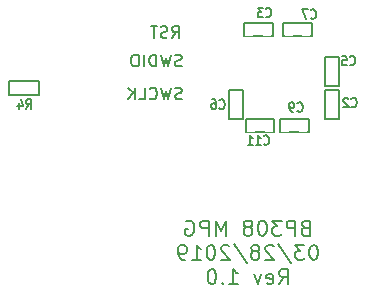
<source format=gbo>
G04 #@! TF.GenerationSoftware,KiCad,Pcbnew,(5.1.0-9-gc61ec8ee3)*
G04 #@! TF.CreationDate,2019-03-28T20:20:23-04:00*
G04 #@! TF.ProjectId,MPG_PSoC,4d50475f-5053-46f4-932e-6b696361645f,rev?*
G04 #@! TF.SameCoordinates,Original*
G04 #@! TF.FileFunction,Legend,Bot*
G04 #@! TF.FilePolarity,Positive*
%FSLAX46Y46*%
G04 Gerber Fmt 4.6, Leading zero omitted, Abs format (unit mm)*
G04 Created by KiCad (PCBNEW (5.1.0-9-gc61ec8ee3)) date 2019-03-28 20:20:23*
%MOMM*%
%LPD*%
G04 APERTURE LIST*
%ADD10C,0.150000*%
%ADD11C,0.127000*%
%ADD12C,6.452000*%
%ADD13R,1.002000X0.802000*%
%ADD14R,0.802000X1.002000*%
%ADD15R,1.702000X1.702000*%
%ADD16C,1.702000*%
%ADD17C,1.001160*%
%ADD18R,3.912000X1.626000*%
%ADD19C,1.602000*%
G04 APERTURE END LIST*
D10*
X154317095Y-91580285D02*
X154135666Y-91640761D01*
X154075190Y-91701238D01*
X154014714Y-91822190D01*
X154014714Y-92003619D01*
X154075190Y-92124571D01*
X154135666Y-92185047D01*
X154256619Y-92245523D01*
X154740428Y-92245523D01*
X154740428Y-90975523D01*
X154317095Y-90975523D01*
X154196142Y-91036000D01*
X154135666Y-91096476D01*
X154075190Y-91217428D01*
X154075190Y-91338380D01*
X154135666Y-91459333D01*
X154196142Y-91519809D01*
X154317095Y-91580285D01*
X154740428Y-91580285D01*
X153470428Y-92245523D02*
X153470428Y-90975523D01*
X152986619Y-90975523D01*
X152865666Y-91036000D01*
X152805190Y-91096476D01*
X152744714Y-91217428D01*
X152744714Y-91398857D01*
X152805190Y-91519809D01*
X152865666Y-91580285D01*
X152986619Y-91640761D01*
X153470428Y-91640761D01*
X152321380Y-90975523D02*
X151535190Y-90975523D01*
X151958523Y-91459333D01*
X151777095Y-91459333D01*
X151656142Y-91519809D01*
X151595666Y-91580285D01*
X151535190Y-91701238D01*
X151535190Y-92003619D01*
X151595666Y-92124571D01*
X151656142Y-92185047D01*
X151777095Y-92245523D01*
X152139952Y-92245523D01*
X152260904Y-92185047D01*
X152321380Y-92124571D01*
X150749000Y-90975523D02*
X150628047Y-90975523D01*
X150507095Y-91036000D01*
X150446619Y-91096476D01*
X150386142Y-91217428D01*
X150325666Y-91459333D01*
X150325666Y-91761714D01*
X150386142Y-92003619D01*
X150446619Y-92124571D01*
X150507095Y-92185047D01*
X150628047Y-92245523D01*
X150749000Y-92245523D01*
X150869952Y-92185047D01*
X150930428Y-92124571D01*
X150990904Y-92003619D01*
X151051380Y-91761714D01*
X151051380Y-91459333D01*
X150990904Y-91217428D01*
X150930428Y-91096476D01*
X150869952Y-91036000D01*
X150749000Y-90975523D01*
X149599952Y-91519809D02*
X149720904Y-91459333D01*
X149781380Y-91398857D01*
X149841857Y-91277904D01*
X149841857Y-91217428D01*
X149781380Y-91096476D01*
X149720904Y-91036000D01*
X149599952Y-90975523D01*
X149358047Y-90975523D01*
X149237095Y-91036000D01*
X149176619Y-91096476D01*
X149116142Y-91217428D01*
X149116142Y-91277904D01*
X149176619Y-91398857D01*
X149237095Y-91459333D01*
X149358047Y-91519809D01*
X149599952Y-91519809D01*
X149720904Y-91580285D01*
X149781380Y-91640761D01*
X149841857Y-91761714D01*
X149841857Y-92003619D01*
X149781380Y-92124571D01*
X149720904Y-92185047D01*
X149599952Y-92245523D01*
X149358047Y-92245523D01*
X149237095Y-92185047D01*
X149176619Y-92124571D01*
X149116142Y-92003619D01*
X149116142Y-91761714D01*
X149176619Y-91640761D01*
X149237095Y-91580285D01*
X149358047Y-91519809D01*
X147604238Y-92245523D02*
X147604238Y-90975523D01*
X147180904Y-91882666D01*
X146757571Y-90975523D01*
X146757571Y-92245523D01*
X146152809Y-92245523D02*
X146152809Y-90975523D01*
X145669000Y-90975523D01*
X145548047Y-91036000D01*
X145487571Y-91096476D01*
X145427095Y-91217428D01*
X145427095Y-91398857D01*
X145487571Y-91519809D01*
X145548047Y-91580285D01*
X145669000Y-91640761D01*
X146152809Y-91640761D01*
X144217571Y-91036000D02*
X144338523Y-90975523D01*
X144519952Y-90975523D01*
X144701380Y-91036000D01*
X144822333Y-91156952D01*
X144882809Y-91277904D01*
X144943285Y-91519809D01*
X144943285Y-91701238D01*
X144882809Y-91943142D01*
X144822333Y-92064095D01*
X144701380Y-92185047D01*
X144519952Y-92245523D01*
X144399000Y-92245523D01*
X144217571Y-92185047D01*
X144157095Y-92124571D01*
X144157095Y-91701238D01*
X144399000Y-91701238D01*
X155103285Y-93030523D02*
X154982333Y-93030523D01*
X154861380Y-93091000D01*
X154800904Y-93151476D01*
X154740428Y-93272428D01*
X154679952Y-93514333D01*
X154679952Y-93816714D01*
X154740428Y-94058619D01*
X154800904Y-94179571D01*
X154861380Y-94240047D01*
X154982333Y-94300523D01*
X155103285Y-94300523D01*
X155224238Y-94240047D01*
X155284714Y-94179571D01*
X155345190Y-94058619D01*
X155405666Y-93816714D01*
X155405666Y-93514333D01*
X155345190Y-93272428D01*
X155284714Y-93151476D01*
X155224238Y-93091000D01*
X155103285Y-93030523D01*
X154256619Y-93030523D02*
X153470428Y-93030523D01*
X153893761Y-93514333D01*
X153712333Y-93514333D01*
X153591380Y-93574809D01*
X153530904Y-93635285D01*
X153470428Y-93756238D01*
X153470428Y-94058619D01*
X153530904Y-94179571D01*
X153591380Y-94240047D01*
X153712333Y-94300523D01*
X154075190Y-94300523D01*
X154196142Y-94240047D01*
X154256619Y-94179571D01*
X152019000Y-92970047D02*
X153107571Y-94602904D01*
X151656142Y-93151476D02*
X151595666Y-93091000D01*
X151474714Y-93030523D01*
X151172333Y-93030523D01*
X151051380Y-93091000D01*
X150990904Y-93151476D01*
X150930428Y-93272428D01*
X150930428Y-93393380D01*
X150990904Y-93574809D01*
X151716619Y-94300523D01*
X150930428Y-94300523D01*
X150204714Y-93574809D02*
X150325666Y-93514333D01*
X150386142Y-93453857D01*
X150446619Y-93332904D01*
X150446619Y-93272428D01*
X150386142Y-93151476D01*
X150325666Y-93091000D01*
X150204714Y-93030523D01*
X149962809Y-93030523D01*
X149841857Y-93091000D01*
X149781380Y-93151476D01*
X149720904Y-93272428D01*
X149720904Y-93332904D01*
X149781380Y-93453857D01*
X149841857Y-93514333D01*
X149962809Y-93574809D01*
X150204714Y-93574809D01*
X150325666Y-93635285D01*
X150386142Y-93695761D01*
X150446619Y-93816714D01*
X150446619Y-94058619D01*
X150386142Y-94179571D01*
X150325666Y-94240047D01*
X150204714Y-94300523D01*
X149962809Y-94300523D01*
X149841857Y-94240047D01*
X149781380Y-94179571D01*
X149720904Y-94058619D01*
X149720904Y-93816714D01*
X149781380Y-93695761D01*
X149841857Y-93635285D01*
X149962809Y-93574809D01*
X148269476Y-92970047D02*
X149358047Y-94602904D01*
X147906619Y-93151476D02*
X147846142Y-93091000D01*
X147725190Y-93030523D01*
X147422809Y-93030523D01*
X147301857Y-93091000D01*
X147241380Y-93151476D01*
X147180904Y-93272428D01*
X147180904Y-93393380D01*
X147241380Y-93574809D01*
X147967095Y-94300523D01*
X147180904Y-94300523D01*
X146394714Y-93030523D02*
X146273761Y-93030523D01*
X146152809Y-93091000D01*
X146092333Y-93151476D01*
X146031857Y-93272428D01*
X145971380Y-93514333D01*
X145971380Y-93816714D01*
X146031857Y-94058619D01*
X146092333Y-94179571D01*
X146152809Y-94240047D01*
X146273761Y-94300523D01*
X146394714Y-94300523D01*
X146515666Y-94240047D01*
X146576142Y-94179571D01*
X146636619Y-94058619D01*
X146697095Y-93816714D01*
X146697095Y-93514333D01*
X146636619Y-93272428D01*
X146576142Y-93151476D01*
X146515666Y-93091000D01*
X146394714Y-93030523D01*
X144761857Y-94300523D02*
X145487571Y-94300523D01*
X145124714Y-94300523D02*
X145124714Y-93030523D01*
X145245666Y-93211952D01*
X145366619Y-93332904D01*
X145487571Y-93393380D01*
X144157095Y-94300523D02*
X143915190Y-94300523D01*
X143794238Y-94240047D01*
X143733761Y-94179571D01*
X143612809Y-93998142D01*
X143552333Y-93756238D01*
X143552333Y-93272428D01*
X143612809Y-93151476D01*
X143673285Y-93091000D01*
X143794238Y-93030523D01*
X144036142Y-93030523D01*
X144157095Y-93091000D01*
X144217571Y-93151476D01*
X144278047Y-93272428D01*
X144278047Y-93574809D01*
X144217571Y-93695761D01*
X144157095Y-93756238D01*
X144036142Y-93816714D01*
X143794238Y-93816714D01*
X143673285Y-93756238D01*
X143612809Y-93695761D01*
X143552333Y-93574809D01*
X152109714Y-96355523D02*
X152533047Y-95750761D01*
X152835428Y-96355523D02*
X152835428Y-95085523D01*
X152351619Y-95085523D01*
X152230666Y-95146000D01*
X152170190Y-95206476D01*
X152109714Y-95327428D01*
X152109714Y-95508857D01*
X152170190Y-95629809D01*
X152230666Y-95690285D01*
X152351619Y-95750761D01*
X152835428Y-95750761D01*
X151081619Y-96295047D02*
X151202571Y-96355523D01*
X151444476Y-96355523D01*
X151565428Y-96295047D01*
X151625904Y-96174095D01*
X151625904Y-95690285D01*
X151565428Y-95569333D01*
X151444476Y-95508857D01*
X151202571Y-95508857D01*
X151081619Y-95569333D01*
X151021142Y-95690285D01*
X151021142Y-95811238D01*
X151625904Y-95932190D01*
X150597809Y-95508857D02*
X150295428Y-96355523D01*
X149993047Y-95508857D01*
X147876380Y-96355523D02*
X148602095Y-96355523D01*
X148239238Y-96355523D02*
X148239238Y-95085523D01*
X148360190Y-95266952D01*
X148481142Y-95387904D01*
X148602095Y-95448380D01*
X147332095Y-96234571D02*
X147271619Y-96295047D01*
X147332095Y-96355523D01*
X147392571Y-96295047D01*
X147332095Y-96234571D01*
X147332095Y-96355523D01*
X146485428Y-95085523D02*
X146364476Y-95085523D01*
X146243523Y-95146000D01*
X146183047Y-95206476D01*
X146122571Y-95327428D01*
X146062095Y-95569333D01*
X146062095Y-95871714D01*
X146122571Y-96113619D01*
X146183047Y-96234571D01*
X146243523Y-96295047D01*
X146364476Y-96355523D01*
X146485428Y-96355523D01*
X146606380Y-96295047D01*
X146666857Y-96234571D01*
X146727333Y-96113619D01*
X146787809Y-95871714D01*
X146787809Y-95569333D01*
X146727333Y-95327428D01*
X146666857Y-95206476D01*
X146606380Y-95146000D01*
X146485428Y-95085523D01*
X143866904Y-80668761D02*
X143724047Y-80716380D01*
X143485952Y-80716380D01*
X143390714Y-80668761D01*
X143343095Y-80621142D01*
X143295476Y-80525904D01*
X143295476Y-80430666D01*
X143343095Y-80335428D01*
X143390714Y-80287809D01*
X143485952Y-80240190D01*
X143676428Y-80192571D01*
X143771666Y-80144952D01*
X143819285Y-80097333D01*
X143866904Y-80002095D01*
X143866904Y-79906857D01*
X143819285Y-79811619D01*
X143771666Y-79764000D01*
X143676428Y-79716380D01*
X143438333Y-79716380D01*
X143295476Y-79764000D01*
X142962142Y-79716380D02*
X142724047Y-80716380D01*
X142533571Y-80002095D01*
X142343095Y-80716380D01*
X142105000Y-79716380D01*
X141152619Y-80621142D02*
X141200238Y-80668761D01*
X141343095Y-80716380D01*
X141438333Y-80716380D01*
X141581190Y-80668761D01*
X141676428Y-80573523D01*
X141724047Y-80478285D01*
X141771666Y-80287809D01*
X141771666Y-80144952D01*
X141724047Y-79954476D01*
X141676428Y-79859238D01*
X141581190Y-79764000D01*
X141438333Y-79716380D01*
X141343095Y-79716380D01*
X141200238Y-79764000D01*
X141152619Y-79811619D01*
X140247857Y-80716380D02*
X140724047Y-80716380D01*
X140724047Y-79716380D01*
X139914523Y-80716380D02*
X139914523Y-79716380D01*
X139343095Y-80716380D02*
X139771666Y-80144952D01*
X139343095Y-79716380D02*
X139914523Y-80287809D01*
X143851047Y-77874761D02*
X143708190Y-77922380D01*
X143470095Y-77922380D01*
X143374857Y-77874761D01*
X143327238Y-77827142D01*
X143279619Y-77731904D01*
X143279619Y-77636666D01*
X143327238Y-77541428D01*
X143374857Y-77493809D01*
X143470095Y-77446190D01*
X143660571Y-77398571D01*
X143755809Y-77350952D01*
X143803428Y-77303333D01*
X143851047Y-77208095D01*
X143851047Y-77112857D01*
X143803428Y-77017619D01*
X143755809Y-76970000D01*
X143660571Y-76922380D01*
X143422476Y-76922380D01*
X143279619Y-76970000D01*
X142946285Y-76922380D02*
X142708190Y-77922380D01*
X142517714Y-77208095D01*
X142327238Y-77922380D01*
X142089142Y-76922380D01*
X141708190Y-77922380D02*
X141708190Y-76922380D01*
X141470095Y-76922380D01*
X141327238Y-76970000D01*
X141232000Y-77065238D01*
X141184380Y-77160476D01*
X141136761Y-77350952D01*
X141136761Y-77493809D01*
X141184380Y-77684285D01*
X141232000Y-77779523D01*
X141327238Y-77874761D01*
X141470095Y-77922380D01*
X141708190Y-77922380D01*
X140708190Y-77922380D02*
X140708190Y-76922380D01*
X140041523Y-76922380D02*
X139851047Y-76922380D01*
X139755809Y-76970000D01*
X139660571Y-77065238D01*
X139612952Y-77255714D01*
X139612952Y-77589047D01*
X139660571Y-77779523D01*
X139755809Y-77874761D01*
X139851047Y-77922380D01*
X140041523Y-77922380D01*
X140136761Y-77874761D01*
X140232000Y-77779523D01*
X140279619Y-77589047D01*
X140279619Y-77255714D01*
X140232000Y-77065238D01*
X140136761Y-76970000D01*
X140041523Y-76922380D01*
X143041619Y-75509380D02*
X143374952Y-75033190D01*
X143613047Y-75509380D02*
X143613047Y-74509380D01*
X143232095Y-74509380D01*
X143136857Y-74557000D01*
X143089238Y-74604619D01*
X143041619Y-74699857D01*
X143041619Y-74842714D01*
X143089238Y-74937952D01*
X143136857Y-74985571D01*
X143232095Y-75033190D01*
X143613047Y-75033190D01*
X142660666Y-75461761D02*
X142517809Y-75509380D01*
X142279714Y-75509380D01*
X142184476Y-75461761D01*
X142136857Y-75414142D01*
X142089238Y-75318904D01*
X142089238Y-75223666D01*
X142136857Y-75128428D01*
X142184476Y-75080809D01*
X142279714Y-75033190D01*
X142470190Y-74985571D01*
X142565428Y-74937952D01*
X142613047Y-74890333D01*
X142660666Y-74795095D01*
X142660666Y-74699857D01*
X142613047Y-74604619D01*
X142565428Y-74557000D01*
X142470190Y-74509380D01*
X142232095Y-74509380D01*
X142089238Y-74557000D01*
X141803523Y-74509380D02*
X141232095Y-74509380D01*
X141517809Y-75509380D02*
X141517809Y-74509380D01*
D11*
X156019500Y-79946500D02*
X156019500Y-82359500D01*
X156019500Y-82359500D02*
X157162500Y-82359500D01*
X157162500Y-82359500D02*
X157162500Y-79946500D01*
X157162500Y-79946500D02*
X156019500Y-79946500D01*
X151562500Y-75374500D02*
X151562500Y-74231500D01*
X149149500Y-75374500D02*
X151562500Y-75374500D01*
X149149500Y-74231500D02*
X149149500Y-75374500D01*
X151562500Y-74231500D02*
X149149500Y-74231500D01*
X156019500Y-77164500D02*
X156019500Y-79577500D01*
X156019500Y-79577500D02*
X157162500Y-79577500D01*
X157162500Y-79577500D02*
X157162500Y-77164500D01*
X157162500Y-77164500D02*
X156019500Y-77164500D01*
X149034500Y-79958500D02*
X147891500Y-79958500D01*
X149034500Y-82371500D02*
X149034500Y-79958500D01*
X147891500Y-82371500D02*
X149034500Y-82371500D01*
X147891500Y-79958500D02*
X147891500Y-82371500D01*
X154876500Y-74231500D02*
X152463500Y-74231500D01*
X152463500Y-74231500D02*
X152463500Y-75374500D01*
X152463500Y-75374500D02*
X154876500Y-75374500D01*
X154876500Y-75374500D02*
X154876500Y-74231500D01*
X154610500Y-83502500D02*
X154610500Y-82359500D01*
X152197500Y-83502500D02*
X154610500Y-83502500D01*
X152197500Y-82359500D02*
X152197500Y-83502500D01*
X154610500Y-82359500D02*
X152197500Y-82359500D01*
X131826000Y-79184500D02*
X129286000Y-79184500D01*
X129286000Y-79184500D02*
X129286000Y-80327500D01*
X129286000Y-80327500D02*
X131826000Y-80327500D01*
X131826000Y-80327500D02*
X131826000Y-79184500D01*
X149288500Y-83502500D02*
X151701500Y-83502500D01*
X151701500Y-83502500D02*
X151701500Y-82359500D01*
X151701500Y-82359500D02*
X149288500Y-82359500D01*
X149288500Y-82359500D02*
X149288500Y-83502500D01*
X158233533Y-81316285D02*
X158267400Y-81354990D01*
X158369000Y-81393695D01*
X158436733Y-81393695D01*
X158538333Y-81354990D01*
X158606066Y-81277580D01*
X158639933Y-81200171D01*
X158673800Y-81045352D01*
X158673800Y-80929238D01*
X158639933Y-80774419D01*
X158606066Y-80697009D01*
X158538333Y-80619600D01*
X158436733Y-80580895D01*
X158369000Y-80580895D01*
X158267400Y-80619600D01*
X158233533Y-80658304D01*
X157962600Y-80658304D02*
X157928733Y-80619600D01*
X157861000Y-80580895D01*
X157691666Y-80580895D01*
X157623933Y-80619600D01*
X157590066Y-80658304D01*
X157556200Y-80735714D01*
X157556200Y-80813123D01*
X157590066Y-80929238D01*
X157996466Y-81393695D01*
X157556200Y-81393695D01*
X150994533Y-73696285D02*
X151028400Y-73734990D01*
X151130000Y-73773695D01*
X151197733Y-73773695D01*
X151299333Y-73734990D01*
X151367066Y-73657580D01*
X151400933Y-73580171D01*
X151434800Y-73425352D01*
X151434800Y-73309238D01*
X151400933Y-73154419D01*
X151367066Y-73077009D01*
X151299333Y-72999600D01*
X151197733Y-72960895D01*
X151130000Y-72960895D01*
X151028400Y-72999600D01*
X150994533Y-73038304D01*
X150757466Y-72960895D02*
X150317200Y-72960895D01*
X150554266Y-73270533D01*
X150452666Y-73270533D01*
X150384933Y-73309238D01*
X150351066Y-73347942D01*
X150317200Y-73425352D01*
X150317200Y-73618876D01*
X150351066Y-73696285D01*
X150384933Y-73734990D01*
X150452666Y-73773695D01*
X150655866Y-73773695D01*
X150723600Y-73734990D01*
X150757466Y-73696285D01*
X158106533Y-77760285D02*
X158140400Y-77798990D01*
X158242000Y-77837695D01*
X158309733Y-77837695D01*
X158411333Y-77798990D01*
X158479066Y-77721580D01*
X158512933Y-77644171D01*
X158546800Y-77489352D01*
X158546800Y-77373238D01*
X158512933Y-77218419D01*
X158479066Y-77141009D01*
X158411333Y-77063600D01*
X158309733Y-77024895D01*
X158242000Y-77024895D01*
X158140400Y-77063600D01*
X158106533Y-77102304D01*
X157463066Y-77024895D02*
X157801733Y-77024895D01*
X157835600Y-77411942D01*
X157801733Y-77373238D01*
X157734000Y-77334533D01*
X157564666Y-77334533D01*
X157496933Y-77373238D01*
X157463066Y-77411942D01*
X157429200Y-77489352D01*
X157429200Y-77682876D01*
X157463066Y-77760285D01*
X157496933Y-77798990D01*
X157564666Y-77837695D01*
X157734000Y-77837695D01*
X157801733Y-77798990D01*
X157835600Y-77760285D01*
X147057533Y-81455285D02*
X147091400Y-81493990D01*
X147193000Y-81532695D01*
X147260733Y-81532695D01*
X147362333Y-81493990D01*
X147430066Y-81416580D01*
X147463933Y-81339171D01*
X147497800Y-81184352D01*
X147497800Y-81068238D01*
X147463933Y-80913419D01*
X147430066Y-80836009D01*
X147362333Y-80758600D01*
X147260733Y-80719895D01*
X147193000Y-80719895D01*
X147091400Y-80758600D01*
X147057533Y-80797304D01*
X146447933Y-80719895D02*
X146583400Y-80719895D01*
X146651133Y-80758600D01*
X146685000Y-80797304D01*
X146752733Y-80913419D01*
X146786600Y-81068238D01*
X146786600Y-81377876D01*
X146752733Y-81455285D01*
X146718866Y-81493990D01*
X146651133Y-81532695D01*
X146515666Y-81532695D01*
X146447933Y-81493990D01*
X146414066Y-81455285D01*
X146380200Y-81377876D01*
X146380200Y-81184352D01*
X146414066Y-81106942D01*
X146447933Y-81068238D01*
X146515666Y-81029533D01*
X146651133Y-81029533D01*
X146718866Y-81068238D01*
X146752733Y-81106942D01*
X146786600Y-81184352D01*
X154804533Y-73823285D02*
X154838400Y-73861990D01*
X154940000Y-73900695D01*
X155007733Y-73900695D01*
X155109333Y-73861990D01*
X155177066Y-73784580D01*
X155210933Y-73707171D01*
X155244800Y-73552352D01*
X155244800Y-73436238D01*
X155210933Y-73281419D01*
X155177066Y-73204009D01*
X155109333Y-73126600D01*
X155007733Y-73087895D01*
X154940000Y-73087895D01*
X154838400Y-73126600D01*
X154804533Y-73165304D01*
X154567466Y-73087895D02*
X154093333Y-73087895D01*
X154398133Y-73900695D01*
X153661533Y-81697285D02*
X153695400Y-81735990D01*
X153797000Y-81774695D01*
X153864733Y-81774695D01*
X153966333Y-81735990D01*
X154034066Y-81658580D01*
X154067933Y-81581171D01*
X154101800Y-81426352D01*
X154101800Y-81310238D01*
X154067933Y-81155419D01*
X154034066Y-81078009D01*
X153966333Y-81000600D01*
X153864733Y-80961895D01*
X153797000Y-80961895D01*
X153695400Y-81000600D01*
X153661533Y-81039304D01*
X153322866Y-81774695D02*
X153187400Y-81774695D01*
X153119666Y-81735990D01*
X153085800Y-81697285D01*
X153018066Y-81581171D01*
X152984200Y-81426352D01*
X152984200Y-81116714D01*
X153018066Y-81039304D01*
X153051933Y-81000600D01*
X153119666Y-80961895D01*
X153255133Y-80961895D01*
X153322866Y-81000600D01*
X153356733Y-81039304D01*
X153390600Y-81116714D01*
X153390600Y-81310238D01*
X153356733Y-81387647D01*
X153322866Y-81426352D01*
X153255133Y-81465057D01*
X153119666Y-81465057D01*
X153051933Y-81426352D01*
X153018066Y-81387647D01*
X152984200Y-81310238D01*
X130674533Y-81520695D02*
X130911600Y-81133647D01*
X131080933Y-81520695D02*
X131080933Y-80707895D01*
X130810000Y-80707895D01*
X130742266Y-80746600D01*
X130708400Y-80785304D01*
X130674533Y-80862714D01*
X130674533Y-80978828D01*
X130708400Y-81056238D01*
X130742266Y-81094942D01*
X130810000Y-81133647D01*
X131080933Y-81133647D01*
X130064933Y-80978828D02*
X130064933Y-81520695D01*
X130234266Y-80669190D02*
X130403600Y-81249761D01*
X129963333Y-81249761D01*
X150825200Y-84491285D02*
X150859066Y-84529990D01*
X150960666Y-84568695D01*
X151028400Y-84568695D01*
X151130000Y-84529990D01*
X151197733Y-84452580D01*
X151231600Y-84375171D01*
X151265466Y-84220352D01*
X151265466Y-84104238D01*
X151231600Y-83949419D01*
X151197733Y-83872009D01*
X151130000Y-83794600D01*
X151028400Y-83755895D01*
X150960666Y-83755895D01*
X150859066Y-83794600D01*
X150825200Y-83833304D01*
X150147866Y-84568695D02*
X150554266Y-84568695D01*
X150351066Y-84568695D02*
X150351066Y-83755895D01*
X150418800Y-83872009D01*
X150486533Y-83949419D01*
X150554266Y-83988123D01*
X149470533Y-84568695D02*
X149876933Y-84568695D01*
X149673733Y-84568695D02*
X149673733Y-83755895D01*
X149741466Y-83872009D01*
X149809200Y-83949419D01*
X149876933Y-83988123D01*
%LPC*%
D12*
X160020000Y-101600000D03*
X160020000Y-69850000D03*
X135255000Y-101600000D03*
X134620000Y-69850000D03*
D13*
X156591000Y-81903000D03*
X156591000Y-80403000D03*
D14*
X151106000Y-74803000D03*
X149606000Y-74803000D03*
D13*
X156591000Y-79121000D03*
X156591000Y-77621000D03*
X148463000Y-80415000D03*
X148463000Y-81915000D03*
D14*
X152920000Y-74803000D03*
X154420000Y-74803000D03*
X154154000Y-82931000D03*
X152654000Y-82931000D03*
D15*
X133096000Y-94869000D03*
D16*
X135636000Y-94869000D03*
X133096000Y-92329000D03*
X135636000Y-92329000D03*
X133096000Y-89789000D03*
X135636000Y-89789000D03*
X133096000Y-87249000D03*
X135636000Y-87249000D03*
X133096000Y-84709000D03*
X135636000Y-84709000D03*
D17*
X148297900Y-100863400D03*
X152694640Y-100863400D03*
D18*
X166751000Y-98552000D03*
X166751000Y-95758000D03*
X166751000Y-92964000D03*
X166751000Y-90170000D03*
X166751000Y-87376000D03*
X166751000Y-84582000D03*
X166751000Y-81788000D03*
X166751000Y-78994000D03*
X166751000Y-76200000D03*
X166751000Y-73406000D03*
X166751000Y-70612000D03*
X166751000Y-101346000D03*
D19*
X144145000Y-69850000D03*
X144145000Y-67310000D03*
X146685000Y-69850000D03*
X146685000Y-67310000D03*
X149225000Y-69850000D03*
X149225000Y-67310000D03*
X151765000Y-69850000D03*
X151765000Y-67310000D03*
X154305000Y-69850000D03*
X154305000Y-67310000D03*
D14*
X129756000Y-79756000D03*
X131356000Y-79756000D03*
X151245000Y-82931000D03*
X149745000Y-82931000D03*
D19*
X141605000Y-69850000D03*
X141605000Y-67310000D03*
X145542000Y-75057000D03*
X145542000Y-77597000D03*
X145542000Y-80137000D03*
M02*

</source>
